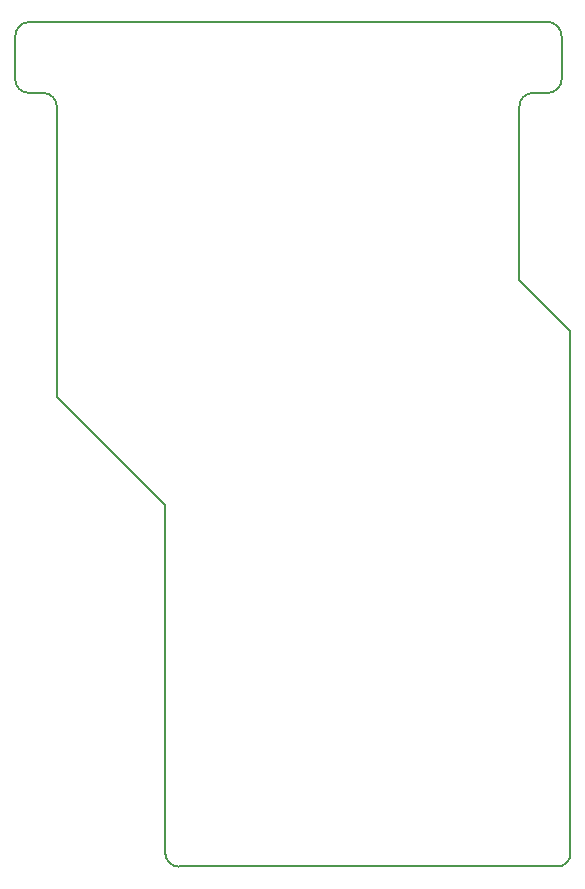
<source format=gm1>
G04*
G04 #@! TF.GenerationSoftware,Altium Limited,Altium Designer,20.1.14 (287)*
G04*
G04 Layer_Color=16711935*
%FSLAX25Y25*%
%MOIN*%
G70*
G04*
G04 #@! TF.SameCoordinates,DC510E11-46E1-4A0D-90B6-29553603E48A*
G04*
G04*
G04 #@! TF.FilePolarity,Positive*
G04*
G01*
G75*
%ADD13C,0.00800*%
D13*
X50000Y-277179D02*
G03*
X54367Y-281546I4367J0D01*
G01*
X180805Y-281500D02*
G03*
X185025Y-277280I0J4220D01*
G01*
X172493Y-23637D02*
G03*
X167977Y-28153I0J-4516D01*
G01*
X177465Y-23637D02*
G03*
X182085Y-19016I0J4620D01*
G01*
X182000Y-4632D02*
G03*
X177331Y37I-4669J0D01*
G01*
X-85Y-19016D02*
G03*
X4535Y-23637I4620J0D01*
G01*
X13821Y-28218D02*
G03*
X9239Y-23637I-4582J0D01*
G01*
X4632Y0D02*
G03*
X-37Y-4669I0J-4669D01*
G01*
X185000Y-277280D02*
X185000Y-103000D01*
X50000Y-277179D02*
X50000Y-161084D01*
X54367Y-281500D02*
X180805D01*
X168000Y-86000D02*
Y-28153D01*
Y-86000D02*
X173000Y-91000D01*
X185000Y-103000D01*
X182036Y-19016D02*
Y-4669D01*
X172693Y-23637D02*
X177465D01*
X4632Y-0D02*
X177300D01*
X4535Y-23637D02*
X9239D01*
X13821Y-124905D02*
Y-28218D01*
Y-124905D02*
X50000Y-161084D01*
X-37Y-19016D02*
Y-4669D01*
M02*

</source>
